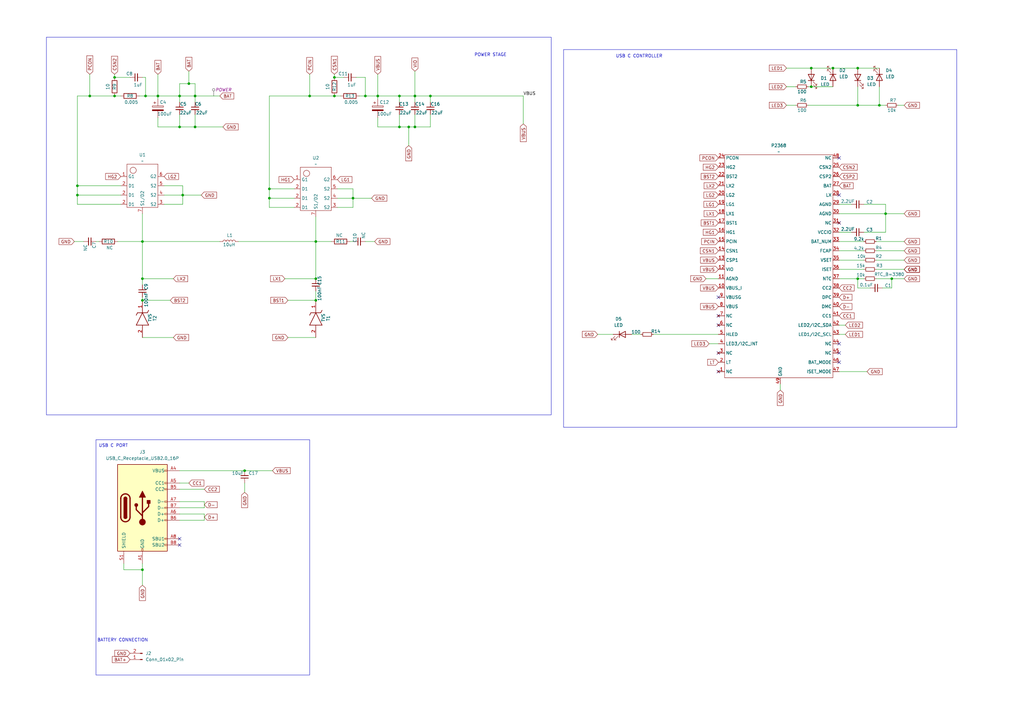
<source format=kicad_sch>
(kicad_sch (version 20250114) (generator "eeschema") (generator_version "9.0")
  (paper "A3")
  (title_block (title "USB C PD Power bank") (date "2025-02-03") (rev "1") (company "ENSEA"))
  (lib_symbols
    (symbol "Connector:Conn_01x02_Pin" (pin_names (offset 1.016) (hide yes))
      (property "Reference" "J" (at 0 2.54 0))
      (property "Value" "Conn_01x02_Pin" (at 0 -5.08 0))
      (symbol "Conn_01x02_Pin_1_1"
        (rectangle (start 0.8636 0.127) (end 0 -0.127) (stroke (width 0.1524)) (fill (type outline)))
        (rectangle (start 0.8636 -2.413) (end 0 -2.667) (stroke (width 0.1524)) (fill (type outline)))
        (polyline (pts (xy 1.27 0) (xy 0.8636 0)) (stroke (width 0.1524)))
        (polyline (pts (xy 1.27 -2.54) (xy 0.8636 -2.54)) (stroke (width 0.1524)))
        (pin passive line (at 5.08 0 180) (length 3.81) (name "Pin_1") (number "1"))
        (pin passive line (at 5.08 -2.54 180) (length 3.81) (name "Pin_2") (number "2"))
      )
    )
    (symbol "Connector:USB_C_Receptacle_USB2.0_16P" (pin_names (offset 1.016))
      (property "Reference" "J" (at 0 22.225 0))
      (property "Value" "USB_C_Receptacle_USB2.0_16P" (at 0 19.685 0))
      (symbol "USB_C_Receptacle_USB2.0_16P_0_0"
        (rectangle (start -0.254 -17.78) (end 0.254 -16.764))
        (rectangle (start 10.16 15.494) (end 9.144 14.986))
        (rectangle (start 10.16 10.414) (end 9.144 9.906))
        (rectangle (start 10.16 7.874) (end 9.144 7.366))
        (rectangle (start 10.16 2.794) (end 9.144 2.286))
        (rectangle (start 10.16 0.254) (end 9.144 -0.254))
        (rectangle (start 10.16 -2.286) (end 9.144 -2.794))
        (rectangle (start 10.16 -4.826) (end 9.144 -5.334))
        (rectangle (start 10.16 -12.446) (end 9.144 -12.954))
        (rectangle (start 10.16 -14.986) (end 9.144 -15.494))
      )
      (symbol "USB_C_Receptacle_USB2.0_16P_0_1"
        (rectangle (start -10.16 17.78) (end 10.16 -17.78) (stroke (width 0.254)) (fill (type background)))
        (polyline (pts (xy -8.89 -3.81) (xy -8.89 3.81)) (stroke (width 0.508)))
        (rectangle (start -7.62 -3.81) (end -6.35 3.81) (stroke (width 0.254)) (fill (type outline)))
        (arc (start -7.62 3.81) (mid -6.985 4.4423) (end -6.35 3.81) (stroke (width 0.254)))
        (arc (start -7.62 3.81) (mid -6.985 4.4423) (end -6.35 3.81) (stroke (width 0.254)) (fill (type outline)))
        (arc (start -8.89 3.81) (mid -6.985 5.7067) (end -5.08 3.81) (stroke (width 0.508)))
        (arc (start -5.08 -3.81) (mid -6.985 -5.7067) (end -8.89 -3.81) (stroke (width 0.508)))
        (arc (start -6.35 -3.81) (mid -6.985 -4.4423) (end -7.62 -3.81) (stroke (width 0.254)))
        (arc (start -6.35 -3.81) (mid -6.985 -4.4423) (end -7.62 -3.81) (stroke (width 0.254)) (fill (type outline)))
        (polyline (pts (xy -5.08 3.81) (xy -5.08 -3.81)) (stroke (width 0.508)))
        (circle (center -2.54 1.143) (radius 0.635) (stroke (width 0.254)) (fill (type outline)))
        (polyline (pts (xy -1.27 4.318) (xy 0 6.858) (xy 1.27 4.318) (xy -1.27 4.318)) (stroke (width 0.254)) (fill (type outline)))
        (polyline (pts (xy 0 -2.032) (xy 2.54 0.508) (xy 2.54 1.778)) (stroke (width 0.508)))
        (polyline (pts (xy 0 -3.302) (xy -2.54 -0.762) (xy -2.54 0.508)) (stroke (width 0.508)))
        (polyline (pts (xy 0 -5.842) (xy 0 4.318)) (stroke (width 0.508)))
        (circle (center 0 -5.842) (radius 1.27) (fill (type outline)))
        (rectangle (start 1.905 1.778) (end 3.175 3.048) (stroke (width 0.254)) (fill (type outline)))
      )
      (symbol "USB_C_Receptacle_USB2.0_16P_1_1"
        (pin passive line (at -7.62 -22.86 90) (length 5.08) (name "SHIELD") (number "S1"))
        (pin passive line (at 0 -22.86 90) (length 5.08) (name "GND") (number "A1"))
        (pin passive line (at 0 -22.86 90) (length 5.08) (hide yes) (name "GND") (number "A12"))
        (pin passive line (at 0 -22.86 90) (length 5.08) (hide yes) (name "GND") (number "B1"))
        (pin passive line (at 0 -22.86 90) (length 5.08) (hide yes) (name "GND") (number "B12"))
        (pin passive line (at 15.24 15.24 180) (length 5.08) (name "VBUS") (number "A4"))
        (pin passive line (at 15.24 15.24 180) (length 5.08) (hide yes) (name "VBUS") (number "A9"))
        (pin passive line (at 15.24 15.24 180) (length 5.08) (hide yes) (name "VBUS") (number "B4"))
        (pin passive line (at 15.24 15.24 180) (length 5.08) (hide yes) (name "VBUS") (number "B9"))
        (pin bidirectional line (at 15.24 10.16 180) (length 5.08) (name "CC1") (number "A5"))
        (pin bidirectional line (at 15.24 7.62 180) (length 5.08) (name "CC2") (number "B5"))
        (pin bidirectional line (at 15.24 2.54 180) (length 5.08) (name "D-") (number "A7"))
        (pin bidirectional line (at 15.24 0 180) (length 5.08) (name "D-") (number "B7"))
        (pin bidirectional line (at 15.24 -2.54 180) (length 5.08) (name "D+") (number "A6"))
        (pin bidirectional line (at 15.24 -5.08 180) (length 5.08) (name "D+") (number "B6"))
        (pin bidirectional line (at 15.24 -12.7 180) (length 5.08) (name "SBU1") (number "A8"))
        (pin bidirectional line (at 15.24 -15.24 180) (length 5.08) (name "SBU2") (number "B8"))
      )
    )
    (symbol "Custom:IP2368"
      (property "Reference" "IP1" (at 53.975 -8.89 0))
      (property "Value" "~" (at 53.975 -11.43 0))
      (symbol "IP2368_0_1"
        (rectangle (start 31.75 -12.7) (end 76.2 -104.14))
      )
      (symbol "IP2368_1_1"
        (pin unspecified line (at 29.21 -13.97 0) (length 2.54) (name "PCON") (number "24"))
        (pin unspecified line (at 29.21 -17.78 0) (length 2.54) (name "HG2") (number "23"))
        (pin unspecified line (at 29.21 -21.59 0) (length 2.54) (name "BST2") (number "22"))
        (pin unspecified line (at 29.21 -25.4 0) (length 2.54) (name "LX2") (number "21"))
        (pin unspecified line (at 29.21 -29.21 0) (length 2.54) (name "LG2") (number "20"))
        (pin unspecified line (at 29.21 -33.02 0) (length 2.54) (name "LG1") (number "19"))
        (pin unspecified line (at 29.21 -36.83 0) (length 2.54) (name "LX1") (number "18"))
        (pin unspecified line (at 29.21 -40.64 0) (length 2.54) (name "BST1") (number "17"))
        (pin unspecified line (at 29.21 -44.45 0) (length 2.54) (name "HG1") (number "16"))
        (pin unspecified line (at 29.21 -48.26 0) (length 2.54) (name "PCIN") (number "15"))
        (pin unspecified line (at 29.21 -52.07 0) (length 2.54) (name "CSN1") (number "14"))
        (pin unspecified line (at 29.21 -55.88 0) (length 2.54) (name "CSP1") (number "13"))
        (pin unspecified line (at 29.21 -59.69 0) (length 2.54) (name "VIO") (number "12"))
        (pin bidirectional line (at 29.21 -63.5 0) (length 2.54) (name "AGND") (number "11"))
        (pin bidirectional line (at 29.21 -67.31 0) (length 2.54) (name "VBUS_I") (number "10"))
        (pin bidirectional line (at 29.21 -71.12 0) (length 2.54) (name "VBUSG") (number "9"))
        (pin bidirectional line (at 29.21 -74.93 0) (length 2.54) (name "VBUS") (number "8"))
        (pin no_connect line (at 29.21 -78.74 0) (length 2.54) (name "NC") (number "7"))
        (pin no_connect line (at 29.21 -82.55 0) (length 2.54) (name "NC") (number "6"))
        (pin unspecified line (at 29.21 -86.36 0) (length 2.54) (name "HLED") (number "5"))
        (pin unspecified line (at 29.21 -90.17 0) (length 2.54) (name "LED3/I2C_INT") (number "4"))
        (pin no_connect line (at 29.21 -93.98 0) (length 2.54) (name "NC") (number "3"))
        (pin unspecified line (at 29.21 -97.79 0) (length 2.54) (name "LT") (number "2"))
        (pin no_connect line (at 29.21 -101.6 0) (length 2.54) (name "NC") (number "1"))
        (pin unspecified line (at 54.61 -106.68 90) (length 2.54) (name "GND") (number "49"))
        (pin unspecified line (at 78.74 -13.97 180) (length 2.54) (name "NC") (number "48"))
        (pin unspecified line (at 78.74 -17.78 180) (length 2.54) (name "CSN2") (number "25"))
        (pin unspecified line (at 78.74 -21.59 180) (length 2.54) (name "CSP2") (number "26"))
        (pin unspecified line (at 78.74 -25.4 180) (length 2.54) (name "BAT") (number "27"))
        (pin unspecified line (at 78.74 -29.21 180) (length 2.54) (name "LX") (number "28"))
        (pin unspecified line (at 78.74 -33.02 180) (length 2.54) (name "AGND") (number "29"))
        (pin unspecified line (at 78.74 -36.83 180) (length 2.54) (name "AGND") (number "30"))
        (pin no_connect line (at 78.74 -40.64 180) (length 2.54) (name "NC") (number "31"))
        (pin unspecified line (at 78.74 -44.45 180) (length 2.54) (name "VCCIO") (number "32"))
        (pin unspecified line (at 78.74 -48.26 180) (length 2.54) (name "BAT_NUM") (number "33"))
        (pin unspecified line (at 78.74 -52.07 180) (length 2.54) (name "FCAP") (number "34"))
        (pin unspecified line (at 78.74 -55.88 180) (length 2.54) (name "VSET") (number "35"))
        (pin unspecified line (at 78.74 -59.69 180) (length 2.54) (name "ISET") (number "36"))
        (pin unspecified line (at 78.74 -63.5 180) (length 2.54) (name "NTC") (number "37"))
        (pin bidirectional line (at 78.74 -67.31 180) (length 2.54) (name "CC2") (number "38"))
        (pin unspecified line (at 78.74 -71.12 180) (length 2.54) (name "DPC") (number "39"))
        (pin unspecified line (at 78.74 -74.93 180) (length 2.54) (name "DMC") (number "40"))
        (pin bidirectional line (at 78.74 -78.74 180) (length 2.54) (name "CC1") (number "41"))
        (pin unspecified line (at 78.74 -82.55 180) (length 2.54) (name "LED2/I2C_SDA") (number "42"))
        (pin unspecified line (at 78.74 -86.36 180) (length 2.54) (name "LED1/I2C_SCL") (number "43"))
        (pin unspecified line (at 78.74 -90.17 180) (length 2.54) (name "NC") (number "44"))
        (pin unspecified line (at 78.74 -93.98 180) (length 2.54) (name "NC") (number "45"))
        (pin unspecified line (at 78.74 -97.79 180) (length 2.54) (name "BAT_MODE") (number "46"))
        (pin unspecified line (at 78.74 -101.6 180) (length 2.54) (name "ISET_MODE") (number "47"))
      )
    )
    (symbol "Custom:RUH30J51M"
      (property "Reference" "U" (at -7.62 -8.89 0))
      (property "Footprint" "Custom:PDFN5060" (at 2.794 -17.018 0))
      (symbol "RUH30J51M_0_1"
        (rectangle (start -2.54 2.54) (end 10.16 -15.24))
        (circle (center 7.62 -12.7) (radius 1.27))
      )
      (symbol "RUH30J51M_1_1"
        (pin unspecified line (at -5.08 1.27 0) (length 2.54) (name "S2") (number "3"))
        (pin unspecified line (at -5.08 -2.54 0) (length 2.54) (name "S2") (number "4"))
        (pin unspecified line (at -5.08 -6.35 0) (length 2.54) (name "S2") (number "5"))
        (pin unspecified line (at -5.08 -10.16 0) (length 2.54) (name "G2") (number "6"))
        (pin unspecified line (at 3.81 5.08 270) (length 2.54) (name "S1/D2") (number "7"))
        (pin unspecified line (at 12.7 1.27 180) (length 2.54) (name "D1") (number "2"))
        (pin unspecified line (at 12.7 -2.54 180) (length 2.54) (name "D1") (number "2"))
        (pin unspecified line (at 12.7 -6.35 180) (length 2.54) (name "D1") (number "2"))
        (pin unspecified line (at 12.7 -10.16 180) (length 2.54) (name "G1") (number "1"))
      )
    )
    (symbol "Device:C_Polarized" (pin_numbers (hide yes)) (pin_names (offset 0.254))
      (property "Reference" "C" (at 0.635 2.54 0))
      (property "Value" "C_Polarized" (at 0.635 -2.54 0))
      (symbol "C_Polarized_0_1"
        (rectangle (start -2.286 0.508) (end 2.286 1.016))
        (polyline (pts (xy -1.778 2.286) (xy -0.762 2.286)))
        (polyline (pts (xy -1.27 2.794) (xy -1.27 1.778)))
        (rectangle (start 2.286 -0.508) (end -2.286 -1.016) (fill (type outline)))
      )
      (symbol "C_Polarized_1_1"
        (pin passive line (at 0 3.81 270) (length 2.794) (name "~") (number "1"))
        (pin passive line (at 0 -3.81 90) (length 2.794) (name "~") (number "2"))
      )
    )
    (symbol "Device:C_Small" (pin_numbers (hide yes)) (pin_names (offset 0.254) (hide yes))
      (property "Reference" "C" (at 0.254 1.778 0))
      (property "Value" "C_Small" (at 0.254 -2.032 0))
      (symbol "C_Small_0_1"
        (polyline (pts (xy -1.524 0.508) (xy 1.524 0.508)) (stroke (width 0.3048)))
        (polyline (pts (xy -1.524 -0.508) (xy 1.524 -0.508)) (stroke (width 0.3302)))
      )
      (symbol "C_Small_1_1"
        (pin passive line (at 0 2.54 270) (length 2.032) (name "~") (number "1"))
        (pin passive line (at 0 -2.54 90) (length 2.032) (name "~") (number "2"))
      )
    )
    (symbol "Device:L" (pin_numbers (hide yes)) (pin_names (offset 1.016) (hide yes))
      (property "Reference" "L" (at -1.27 0 90))
      (property "Value" "L" (at 1.905 0 90))
      (symbol "L_0_1"
        (arc (start 0 2.54) (mid 0.6323 1.905) (end 0 1.27))
        (arc (start 0 1.27) (mid 0.6323 0.635) (end 0 0))
        (arc (start 0 0) (mid 0.6323 -0.635) (end 0 -1.27))
        (arc (start 0 -1.27) (mid 0.6323 -1.905) (end 0 -2.54))
      )
      (symbol "L_1_1"
        (pin passive line (at 0 3.81 270) (length 1.27) (name "1") (number "1"))
        (pin passive line (at 0 -3.81 90) (length 1.27) (name "2") (number "2"))
      )
    )
    (symbol "Device:LED" (pin_numbers (hide yes)) (pin_names (offset 1.016) (hide yes))
      (property "Reference" "D" (at 0 2.54 0))
      (property "Value" "LED" (at 0 -2.54 0))
      (symbol "LED_0_1"
        (polyline (pts (xy -3.048 -0.762) (xy -4.572 -2.286) (xy -3.81 -2.286) (xy -4.572 -2.286) (xy -4.572 -1.524)))
        (polyline (pts (xy -1.778 -0.762) (xy -3.302 -2.286) (xy -2.54 -2.286) (xy -3.302 -2.286) (xy -3.302 -1.524)))
        (polyline (pts (xy -1.27 0) (xy 1.27 0)))
        (polyline (pts (xy -1.27 -1.27) (xy -1.27 1.27)) (stroke (width 0.254)))
        (polyline (pts (xy 1.27 -1.27) (xy 1.27 1.27) (xy -1.27 0) (xy 1.27 -1.27)) (stroke (width 0.254)))
      )
      (symbol "LED_1_1"
        (pin passive line (at -3.81 0 0) (length 2.54) (name "K") (number "1"))
        (pin passive line (at 3.81 0 180) (length 2.54) (name "A") (number "2"))
      )
    )
    (symbol "Device:R" (pin_numbers (hide yes)) (pin_names (offset 0))
      (property "Reference" "R" (at 2.032 0 90))
      (property "Value" "R" (at 0 0 90))
      (symbol "R_0_1"
        (rectangle (start -1.016 -2.54) (end 1.016 2.54) (stroke (width 0.254)))
      )
      (symbol "R_1_1"
        (pin passive line (at 0 3.81 270) (length 1.27) (name "~") (number "1"))
        (pin passive line (at 0 -3.81 90) (length 1.27) (name "~") (number "2"))
      )
    )
    (symbol "Device:R_Small" (pin_numbers (hide yes)) (pin_names (offset 0.254) (hide yes))
      (property "Reference" "R" (at 0.762 0.508 0))
      (property "Value" "R_Small" (at 0.762 -1.016 0))
      (symbol "R_Small_0_1"
        (rectangle (start -0.762 1.778) (end 0.762 -1.778) (stroke (width 0.2032)))
      )
      (symbol "R_Small_1_1"
        (pin passive line (at 0 2.54 270) (length 0.762) (name "~") (number "1"))
        (pin passive line (at 0 -2.54 90) (length 0.762) (name "~") (number "2"))
      )
    )
    (symbol "RUH30J51M_1"
      (property "Reference" "U" (at -7.62 -8.89 0))
      (property "Footprint" "Custom:PDFN5060" (at 2.794 -17.018 0))
      (symbol "RUH30J51M_1_0_1"
        (rectangle (start -2.54 2.54) (end 10.16 -15.24))
        (circle (center 7.62 -12.7) (radius 1.27))
      )
      (symbol "RUH30J51M_1_1_1"
        (pin unspecified line (at -5.08 1.27 0) (length 2.54) (name "S2") (number "3"))
        (pin unspecified line (at -5.08 -2.54 0) (length 2.54) (name "S2") (number "4"))
        (pin unspecified line (at -5.08 -6.35 0) (length 2.54) (name "S2") (number "5"))
        (pin unspecified line (at -5.08 -10.16 0) (length 2.54) (name "G2") (number "6"))
        (pin unspecified line (at 3.81 5.08 270) (length 2.54) (name "S1/D2") (number "7"))
        (pin unspecified line (at 12.7 1.27 180) (length 2.54) (name "D1") (number "2"))
        (pin unspecified line (at 12.7 -2.54 180) (length 2.54) (name "D1") (number "2"))
        (pin unspecified line (at 12.7 -6.35 180) (length 2.54) (name "D1") (number "2"))
        (pin unspecified line (at 12.7 -10.16 180) (length 2.54) (name "G1") (number "1"))
      )
    )
    (symbol "SamacSys_Parts:PTVS30VP1UP" (pin_names (hide yes))
      (property "Reference" "D" (at 10.16 8.89 0))
      (property "Value" "PTVS30VP1UP" (at 10.16 6.35 0))
      (symbol "PTVS30VP1UP_1_1"
        (polyline (pts (xy 4.064 2.54) (xy 5.08 2.032)) (stroke (width 0.254)))
        (polyline (pts (xy 5.08 0) (xy 10.16 2.54)) (stroke (width 0.254)))
        (polyline (pts (xy 5.08 -2.032) (xy 5.08 2.032)) (stroke (width 0.254)))
        (polyline (pts (xy 5.08 -2.032) (xy 6.096 -2.54)) (stroke (width 0.254)))
        (polyline (pts (xy 10.16 -2.54) (xy 5.08 0)) (stroke (width 0.254)))
        (polyline (pts (xy 10.16 -2.54) (xy 10.16 2.54)) (stroke (width 0.254)))
        (pin passive line (at 0 0 0) (length 5.08) (name "K") (number "1"))
        (pin passive line (at 15.24 0 180) (length 5.08) (name "A") (number "2"))
      )
    )
  )
  (rectangle (start 19.05 15.24) (end 226.06 170.18))
  (rectangle (start 39.37 180.34) (end 127 276.86))
  (rectangle (start 231.14 20.32) (end 392.43 175.26))
  (text "BATTERY CONNECTION" (at 50.292 262.636 0) (effects (font (size 1.27 1.27))))
  (text "USB C CONTROLLER" (at 262.128 23.114 0) (effects (font (size 1.27 1.27))))
  (text "USB C PORT" (at 46.482 182.88 0) (effects (font (size 1.27 1.27))))
  (text "POWER STAGE" (at 201.168 22.606 0) (effects (font (size 1.27 1.27))))
  (junction (at 31.75 76.2))
  (junction (at 170.18 39.37))
  (junction (at 110.49 81.28))
  (junction (at 127 39.37))
  (junction (at 365.76 114.3))
  (junction (at 59.69 39.37))
  (junction (at 58.42 123.19))
  (junction (at 31.75 80.01))
  (junction (at 341.63 27.94))
  (junction (at 64.77 39.37))
  (junction (at 163.83 52.07))
  (junction (at 332.74 35.56))
  (junction (at 360.68 43.18))
  (junction (at 144.78 81.28))
  (junction (at 129.54 123.19))
  (junction (at 351.79 27.94))
  (junction (at 58.42 99.06))
  (junction (at 129.54 114.3))
  (junction (at 170.18 52.07))
  (junction (at 129.54 99.06))
  (junction (at 58.42 233.68))
  (junction (at 80.01 52.07))
  (junction (at 351.79 43.18))
  (junction (at 363.22 87.63))
  (junction (at 176.53 39.37))
  (junction (at 36.83 39.37))
  (junction (at 77.47 34.29))
  (junction (at 73.66 52.07))
  (junction (at 167.64 52.07))
  (junction (at 58.42 114.3))
  (junction (at 73.66 39.37))
  (junction (at 74.93 80.01))
  (junction (at 137.16 31.75))
  (junction (at 137.16 39.37))
  (junction (at 46.99 31.75))
  (junction (at 351.79 114.3))
  (junction (at 110.49 77.47))
  (junction (at 100.33 193.04))
  (junction (at 46.99 39.37))
  (junction (at 163.83 39.37))
  (junction (at 149.86 39.37))
  (junction (at 154.94 39.37))
  (junction (at 332.74 27.94))
  (junction (at 80.01 39.37))
  (no_connect (at 73.66 220.98))
  (no_connect (at 73.66 223.52))
  (no_connect (at 294.64 121.92))
  (no_connect (at 344.17 64.77))
  (no_connect (at 294.64 144.78))
  (no_connect (at 294.64 129.54))
  (no_connect (at 344.17 91.44))
  (no_connect (at 344.17 80.01))
  (no_connect (at 294.64 152.4))
  (no_connect (at 344.17 144.78))
  (no_connect (at 294.64 133.35))
  (no_connect (at 344.17 148.59))
  (no_connect (at 344.17 140.97))
  (wire (pts (xy 127 30.48) (xy 127 39.37)))
  (wire (pts (xy 170.18 39.37) (xy 176.53 39.37)))
  (wire (pts (xy 100.33 193.04) (xy 111.76 193.04)))
  (wire (pts (xy 344.17 99.06) (xy 354.33 99.06)))
  (wire (pts (xy 332.74 27.94) (xy 341.63 27.94)))
  (wire (pts (xy 64.77 48.26) (xy 64.77 52.07)))
  (wire (pts (xy 73.66 193.04) (xy 100.33 193.04)))
  (wire (pts (xy 73.66 208.28) (xy 83.82 208.28)))
  (wire (pts (xy 110.49 85.09) (xy 120.65 85.09)))
  (wire (pts (xy 167.64 52.07) (xy 170.18 52.07)))
  (wire (pts (xy 322.58 35.56) (xy 326.39 35.56)))
  (wire (pts (xy 363.22 83.82) (xy 363.22 87.63)))
  (wire (pts (xy 118.11 123.19) (xy 129.54 123.19)))
  (wire (pts (xy 110.49 81.28) (xy 110.49 85.09)))
  (wire (pts (xy 144.78 77.47) (xy 144.78 81.28)))
  (wire (pts (xy 73.66 213.36) (xy 83.82 213.36)))
  (wire (pts (xy 351.79 114.3) (xy 354.33 114.3)))
  (wire (pts (xy 322.58 43.18) (xy 326.39 43.18)))
  (wire (pts (xy 138.43 81.28) (xy 144.78 81.28)))
  (wire (pts (xy 149.86 31.75) (xy 149.86 39.37)))
  (wire (pts (xy 359.41 102.87) (xy 370.84 102.87)))
  (wire (pts (xy 69.85 123.19) (xy 58.42 123.19)))
  (wire (pts (xy 31.75 83.82) (xy 31.75 80.01)))
  (wire (pts (xy 354.33 83.82) (xy 363.22 83.82)))
  (wire (pts (xy 64.77 30.48) (xy 64.77 39.37)))
  (wire (pts (xy 58.42 123.19) (xy 58.42 121.92)))
  (wire (pts (xy 58.42 99.06) (xy 90.17 99.06)))
  (wire (pts (xy 58.42 99.06) (xy 48.26 99.06)))
  (wire (pts (xy 368.3 43.18) (xy 370.84 43.18)))
  (wire (pts (xy 80.01 34.29) (xy 80.01 39.37)))
  (wire (pts (xy 147.32 39.37) (xy 149.86 39.37)))
  (wire (pts (xy 138.43 85.09) (xy 144.78 85.09)))
  (wire (pts (xy 73.66 34.29) (xy 73.66 39.37)))
  (wire (pts (xy 64.77 39.37) (xy 73.66 39.37)))
  (wire (pts (xy 154.94 52.07) (xy 163.83 52.07)))
  (wire (pts (xy 359.41 114.3) (xy 365.76 114.3)))
  (wire (pts (xy 30.48 99.06) (xy 34.29 99.06)))
  (wire (pts (xy 127 39.37) (xy 137.16 39.37)))
  (wire (pts (xy 290.83 140.97) (xy 294.64 140.97)))
  (wire (pts (xy 31.75 80.01) (xy 31.75 76.2)))
  (wire (pts (xy 154.94 30.48) (xy 154.94 39.37)))
  (wire (pts (xy 77.47 29.21) (xy 77.47 34.29)))
  (wire (pts (xy 118.11 138.43) (xy 129.54 138.43)))
  (wire (pts (xy 144.78 99.06) (xy 143.51 99.06)))
  (wire (pts (xy 110.49 77.47) (xy 110.49 81.28)))
  (wire (pts (xy 74.93 83.82) (xy 74.93 80.01)))
  (wire (pts (xy 137.16 30.48) (xy 137.16 31.75)))
  (wire (pts (xy 36.83 39.37) (xy 46.99 39.37)))
  (wire (pts (xy 73.66 205.74) (xy 83.82 205.74)))
  (wire (pts (xy 332.74 35.56) (xy 341.63 35.56)))
  (wire (pts (xy 80.01 39.37) (xy 90.17 39.37)))
  (wire (pts (xy 64.77 52.07) (xy 73.66 52.07)))
  (wire (pts (xy 73.66 41.91) (xy 73.66 39.37)))
  (wire (pts (xy 370.84 87.63) (xy 363.22 87.63)))
  (wire (pts (xy 129.54 123.19) (xy 129.54 119.38)))
  (wire (pts (xy 351.79 118.11) (xy 351.79 114.3)))
  (wire (pts (xy 363.22 95.25) (xy 363.22 87.63)))
  (wire (pts (xy 344.17 110.49) (xy 354.33 110.49)))
  (wire (pts (xy 71.12 114.3) (xy 58.42 114.3)))
  (wire (pts (xy 97.79 99.06) (xy 129.54 99.06)))
  (wire (pts (xy 344.17 114.3) (xy 351.79 114.3)))
  (wire (pts (xy 73.66 52.07) (xy 80.01 52.07)))
  (wire (pts (xy 73.66 198.12) (xy 77.47 198.12)))
  (wire (pts (xy 31.75 39.37) (xy 36.83 39.37)))
  (wire (pts (xy 73.66 39.37) (xy 80.01 39.37)))
  (wire (pts (xy 331.47 35.56) (xy 332.74 35.56)))
  (wire (pts (xy 83.82 205.74) (xy 83.82 208.28)))
  (wire (pts (xy 80.01 41.91) (xy 80.01 39.37)))
  (wire (pts (xy 176.53 46.99) (xy 176.53 52.07)))
  (wire (pts (xy 341.63 27.94) (xy 351.79 27.94)))
  (wire (pts (xy 154.94 39.37) (xy 163.83 39.37)))
  (wire (pts (xy 344.17 95.25) (xy 349.25 95.25)))
  (wire (pts (xy 154.94 40.64) (xy 154.94 39.37)))
  (wire (pts (xy 67.31 80.01) (xy 74.93 80.01)))
  (wire (pts (xy 360.68 43.18) (xy 351.79 43.18)))
  (wire (pts (xy 49.53 76.2) (xy 31.75 76.2)))
  (wire (pts (xy 74.93 76.2) (xy 74.93 80.01)))
  (wire (pts (xy 46.99 31.75) (xy 53.34 31.75)))
  (wire (pts (xy 289.56 114.3) (xy 294.64 114.3)))
  (wire (pts (xy 344.17 133.35) (xy 346.71 133.35)))
  (wire (pts (xy 359.41 110.49) (xy 370.84 110.49)))
  (wire (pts (xy 57.15 39.37) (xy 59.69 39.37)))
  (wire (pts (xy 170.18 52.07) (xy 176.53 52.07)))
  (wire (pts (xy 351.79 43.18) (xy 331.47 43.18)))
  (wire (pts (xy 137.16 39.37) (xy 139.7 39.37)))
  (wire (pts (xy 36.83 30.48) (xy 36.83 39.37)))
  (wire (pts (xy 344.17 83.82) (xy 349.25 83.82)))
  (wire (pts (xy 137.16 31.75) (xy 140.97 31.75)))
  (wire (pts (xy 361.95 118.11) (xy 365.76 118.11)))
  (wire (pts (xy 58.42 87.63) (xy 58.42 99.06)))
  (wire (pts (xy 67.31 76.2) (xy 74.93 76.2)))
  (wire (pts (xy 170.18 41.91) (xy 170.18 39.37)))
  (wire (pts (xy 58.42 231.14) (xy 58.42 233.68)))
  (wire (pts (xy 73.66 34.29) (xy 77.47 34.29)))
  (wire (pts (xy 163.83 46.99) (xy 163.83 52.07)))
  (wire (pts (xy 129.54 99.06) (xy 135.89 99.06)))
  (wire (pts (xy 58.42 116.84) (xy 58.42 114.3)))
  (wire (pts (xy 176.53 39.37) (xy 176.53 41.91)))
  (wire (pts (xy 167.64 52.07) (xy 167.64 59.69)))
  (wire (pts (xy 46.99 30.48) (xy 46.99 31.75)))
  (wire (pts (xy 356.87 118.11) (xy 351.79 118.11)))
  (wire (pts (xy 49.53 80.01) (xy 31.75 80.01)))
  (wire (pts (xy 320.04 157.48) (xy 320.04 160.02)))
  (wire (pts (xy 73.66 46.99) (xy 73.66 52.07)))
  (wire (pts (xy 214.63 39.37) (xy 214.63 50.8)))
  (wire (pts (xy 344.17 137.16) (xy 346.71 137.16)))
  (wire (pts (xy 354.33 95.25) (xy 363.22 95.25)))
  (wire (pts (xy 144.78 85.09) (xy 144.78 81.28)))
  (wire (pts (xy 58.42 138.43) (xy 71.12 138.43)))
  (wire (pts (xy 74.93 80.01) (xy 82.55 80.01)))
  (wire (pts (xy 31.75 76.2) (xy 31.75 39.37)))
  (wire (pts (xy 267.97 137.16) (xy 294.64 137.16)))
  (wire (pts (xy 91.44 52.07) (xy 80.01 52.07)))
  (wire (pts (xy 163.83 41.91) (xy 163.83 39.37)))
  (wire (pts (xy 344.17 87.63) (xy 363.22 87.63)))
  (wire (pts (xy 344.17 152.4) (xy 355.6 152.4)))
  (wire (pts (xy 259.08 137.16) (xy 262.89 137.16)))
  (wire (pts (xy 64.77 40.64) (xy 64.77 39.37)))
  (wire (pts (xy 149.86 39.37) (xy 154.94 39.37)))
  (wire (pts (xy 100.33 198.12) (xy 100.33 201.93)))
  (wire (pts (xy 73.66 200.66) (xy 83.82 200.66)))
  (wire (pts (xy 146.05 31.75) (xy 149.86 31.75)))
  (wire (pts (xy 365.76 118.11) (xy 365.76 114.3)))
  (wire (pts (xy 129.54 99.06) (xy 129.54 88.9)))
  (wire (pts (xy 116.84 114.3) (xy 129.54 114.3)))
  (wire (pts (xy 39.37 99.06) (xy 40.64 99.06)))
  (wire (pts (xy 163.83 39.37) (xy 170.18 39.37)))
  (wire (pts (xy 365.76 114.3) (xy 370.84 114.3)))
  (wire (pts (xy 170.18 52.07) (xy 170.18 46.99)))
  (wire (pts (xy 46.99 39.37) (xy 49.53 39.37)))
  (wire (pts (xy 176.53 39.37) (xy 214.63 39.37)))
  (wire (pts (xy 170.18 29.21) (xy 170.18 39.37)))
  (wire (pts (xy 322.58 27.94) (xy 332.74 27.94)))
  (wire (pts (xy 73.66 210.82) (xy 83.82 210.82)))
  (wire (pts (xy 59.69 31.75) (xy 59.69 39.37)))
  (wire (pts (xy 58.42 31.75) (xy 59.69 31.75)))
  (wire (pts (xy 359.41 99.06) (xy 370.84 99.06)))
  (wire (pts (xy 80.01 52.07) (xy 80.01 46.99)))
  (wire (pts (xy 359.41 106.68) (xy 370.84 106.68)))
  (wire (pts (xy 49.53 83.82) (xy 31.75 83.82)))
  (wire (pts (xy 351.79 27.94) (xy 360.68 27.94)))
  (wire (pts (xy 138.43 77.47) (xy 144.78 77.47)))
  (wire (pts (xy 110.49 81.28) (xy 120.65 81.28)))
  (wire (pts (xy 110.49 39.37) (xy 110.49 77.47)))
  (wire (pts (xy 360.68 35.56) (xy 360.68 43.18)))
  (wire (pts (xy 110.49 77.47) (xy 120.65 77.47)))
  (wire (pts (xy 50.8 233.68) (xy 58.42 233.68)))
  (wire (pts (xy 77.47 34.29) (xy 80.01 34.29)))
  (wire (pts (xy 245.11 137.16) (xy 251.46 137.16)))
  (wire (pts (xy 351.79 35.56) (xy 351.79 43.18)))
  (wire (pts (xy 129.54 99.06) (xy 129.54 114.3)))
  (wire (pts (xy 50.8 231.14) (xy 50.8 233.68)))
  (wire (pts (xy 344.17 102.87) (xy 354.33 102.87)))
  (wire (pts (xy 58.42 233.68) (xy 58.42 240.03)))
  (wire (pts (xy 153.67 99.06) (xy 149.86 99.06)))
  (wire (pts (xy 110.49 39.37) (xy 127 39.37)))
  (wire (pts (xy 144.78 81.28) (xy 152.4 81.28)))
  (wire (pts (xy 344.17 106.68) (xy 354.33 106.68)))
  (wire (pts (xy 360.68 43.18) (xy 363.22 43.18)))
  (wire (pts (xy 67.31 83.82) (xy 74.93 83.82)))
  (wire (pts (xy 163.83 52.07) (xy 167.64 52.07)))
  (wire (pts (xy 154.94 48.26) (xy 154.94 52.07)))
  (wire (pts (xy 83.82 210.82) (xy 83.82 213.36)))
  (wire (pts (xy 59.69 39.37) (xy 64.77 39.37)))
  (wire (pts (xy 58.42 99.06) (xy 58.42 114.3)))
  (label "VBUS" (at 214.63 39.37 0))
  (global_label "GND" (shape input) (at 30.48 99.06 180) (property "Intersheetrefs" "${INTERSHEET_REFS}" (effects (hide yes))))
  (global_label "D+" (shape input) (at 344.17 121.92 0) (property "Intersheetrefs" "${INTERSHEET_REFS}" (effects (hide yes))))
  (global_label "LED1" (shape input) (at 322.58 27.94 180) (property "Intersheetrefs" "${INTERSHEET_REFS}" (effects (hide yes))))
  (global_label "GND" (shape input) (at 289.56 114.3 180) (property "Intersheetrefs" "${INTERSHEET_REFS}" (effects (hide yes))))
  (global_label "GND" (shape input) (at 100.33 201.93 270) (property "Intersheetrefs" "${INTERSHEET_REFS}" (effects (hide yes))))
  (global_label "LED1" (shape input) (at 346.71 137.16 0) (property "Intersheetrefs" "${INTERSHEET_REFS}" (effects (hide yes))))
  (global_label "D+" (shape input) (at 83.82 212.09 0) (property "Intersheetrefs" "${INTERSHEET_REFS}" (effects (hide yes))))
  (global_label "VBUS" (shape input) (at 154.94 30.48 90) (property "Intersheetrefs" "${INTERSHEET_REFS}" (effects (hide yes))))
  (global_label "VBUS" (shape input) (at 111.76 193.04 0) (property "Intersheetrefs" "${INTERSHEET_REFS}" (effects (hide yes))))
  (global_label "D-" (shape input) (at 83.82 207.01 0) (property "Intersheetrefs" "${INTERSHEET_REFS}" (effects (hide yes))))
  (global_label "HG2" (shape input) (at 49.53 72.39 180) (property "Intersheetrefs" "${INTERSHEET_REFS}" (effects (hide yes))))
  (global_label "LG2" (shape input) (at 67.31 72.39 0) (property "Intersheetrefs" "${INTERSHEET_REFS}" (effects (hide yes))))
  (global_label "LG1" (shape input) (at 294.64 83.82 180) (property "Intersheetrefs" "${INTERSHEET_REFS}" (effects (hide yes))))
  (global_label "GND" (shape input) (at 370.84 43.18 0) (property "Intersheetrefs" "${INTERSHEET_REFS}" (effects (hide yes))))
  (global_label "BST2" (shape input) (at 69.85 123.19 0) (property "Intersheetrefs" "${INTERSHEET_REFS}" (effects (hide yes))))
  (global_label "GND" (shape input) (at 152.4 81.28 0) (property "Intersheetrefs" "${INTERSHEET_REFS}" (effects (hide yes))))
  (global_label "CC2" (shape input) (at 83.82 200.66 0) (property "Intersheetrefs" "${INTERSHEET_REFS}" (effects (hide yes))))
  (global_label "GND" (shape input) (at 370.84 102.87 0) (property "Intersheetrefs" "${INTERSHEET_REFS}" (effects (hide yes))))
  (global_label "LT" (shape input) (at 294.64 148.59 180) (property "Intersheetrefs" "${INTERSHEET_REFS}" (effects (hide yes))))
  (global_label "BST1" (shape input) (at 118.11 123.19 180) (property "Intersheetrefs" "${INTERSHEET_REFS}" (effects (hide yes))))
  (global_label "CSP2" (shape input) (at 344.17 72.39 0) (property "Intersheetrefs" "${INTERSHEET_REFS}" (effects (hide yes))))
  (global_label "GND" (shape input) (at 53.34 267.97 180) (property "Intersheetrefs" "${INTERSHEET_REFS}" (effects (hide yes))))
  (global_label "GND" (shape input) (at 153.67 99.06 0) (property "Intersheetrefs" "${INTERSHEET_REFS}" (effects (hide yes))))
  (global_label "PCIN" (shape input) (at 127 30.48 90) (property "Intersheetrefs" "${INTERSHEET_REFS}" (effects (hide yes))))
  (global_label "BAT" (shape input) (at 90.17 39.37 0) (property "Intersheetrefs" "${INTERSHEET_REFS}" (effects (hide yes))))
  (global_label "VBUS" (shape input) (at 294.64 106.68 180) (property "Intersheetrefs" "${INTERSHEET_REFS}" (effects (hide yes))))
  (global_label "BAT+" (shape input) (at 53.34 270.51 180) (property "Intersheetrefs" "${INTERSHEET_REFS}" (effects (hide yes))))
  (global_label "PCON" (shape input) (at 294.64 64.77 180) (property "Intersheetrefs" "${INTERSHEET_REFS}" (effects (hide yes))))
  (global_label "GND" (shape input) (at 370.84 87.63 0) (property "Intersheetrefs" "${INTERSHEET_REFS}" (effects (hide yes))))
  (global_label "LED2" (shape input) (at 346.71 133.35 0) (property "Intersheetrefs" "${INTERSHEET_REFS}" (effects (hide yes))))
  (global_label "LG2" (shape input) (at 294.64 80.01 180) (property "Intersheetrefs" "${INTERSHEET_REFS}" (effects (hide yes))))
  (global_label "LX1" (shape input) (at 116.84 114.3 180) (property "Intersheetrefs" "${INTERSHEET_REFS}" (effects (hide yes))))
  (global_label "LX2" (shape input) (at 71.12 114.3 0) (property "Intersheetrefs" "${INTERSHEET_REFS}" (effects (hide yes))))
  (global_label "GND" (shape input) (at 71.12 138.43 0) (property "Intersheetrefs" "${INTERSHEET_REFS}" (effects (hide yes))))
  (global_label "D-" (shape input) (at 344.17 125.73 0) (property "Intersheetrefs" "${INTERSHEET_REFS}" (effects (hide yes))))
  (global_label "GND" (shape input) (at 370.84 106.68 0) (property "Intersheetrefs" "${INTERSHEET_REFS}" (effects (hide yes))))
  (global_label "HG2" (shape input) (at 294.64 68.58 180) (property "Intersheetrefs" "${INTERSHEET_REFS}" (effects (hide yes))))
  (global_label "CC2" (shape input) (at 344.17 118.11 0) (property "Intersheetrefs" "${INTERSHEET_REFS}" (effects (hide yes))))
  (global_label "VIO" (shape input) (at 170.18 29.21 90) (property "Intersheetrefs" "${INTERSHEET_REFS}" (effects (hide yes))))
  (global_label "CC1" (shape input) (at 77.47 198.12 0) (property "Intersheetrefs" "${INTERSHEET_REFS}" (effects (hide yes))))
  (global_label "HG1" (shape input) (at 294.64 95.25 180) (property "Intersheetrefs" "${INTERSHEET_REFS}" (effects (hide yes))))
  (global_label "LED3" (shape input) (at 322.58 43.18 180) (property "Intersheetrefs" "${INTERSHEET_REFS}" (effects (hide yes))))
  (global_label "CSN1" (shape input) (at 294.64 102.87 180) (property "Intersheetrefs" "${INTERSHEET_REFS}" (effects (hide yes))))
  (global_label "GND" (shape input) (at 58.42 240.03 270) (property "Intersheetrefs" "${INTERSHEET_REFS}" (effects (hide yes))))
  (global_label "GND" (shape input) (at 245.11 137.16 180) (property "Intersheetrefs" "${INTERSHEET_REFS}" (effects (hide yes))))
  (global_label "GND" (shape input) (at 370.84 114.3 0) (property "Intersheetrefs" "${INTERSHEET_REFS}" (effects (hide yes))))
  (global_label "BAT" (shape input) (at 64.77 30.48 90) (property "Intersheetrefs" "${INTERSHEET_REFS}" (effects (hide yes))))
  (global_label "VBUS" (shape input) (at 294.64 110.49 180) (property "Intersheetrefs" "${INTERSHEET_REFS}" (effects (hide yes))))
  (global_label "BST2" (shape input) (at 294.64 72.39 180) (property "Intersheetrefs" "${INTERSHEET_REFS}" (effects (hide yes))))
  (global_label "PCON" (shape input) (at 36.83 30.48 90) (property "Intersheetrefs" "${INTERSHEET_REFS}" (effects (hide yes))))
  (global_label "GND" (shape input) (at 91.44 52.07 0) (property "Intersheetrefs" "${INTERSHEET_REFS}" (effects (hide yes))))
  (global_label "GND" (shape input) (at 320.04 160.02 270) (property "Intersheetrefs" "${INTERSHEET_REFS}" (effects (hide yes))))
  (global_label "GND" (shape input) (at 370.84 110.49 0) (property "Intersheetrefs" "${INTERSHEET_REFS}" (effects (hide yes))))
  (global_label "LX1" (shape input) (at 294.64 87.63 180) (property "Intersheetrefs" "${INTERSHEET_REFS}" (effects (hide yes))))
  (global_label "GND" (shape input) (at 118.11 138.43 180) (property "Intersheetrefs" "${INTERSHEET_REFS}" (effects (hide yes))))
  (global_label "LX2" (shape input) (at 294.64 76.2 180) (property "Intersheetrefs" "${INTERSHEET_REFS}" (effects (hide yes))))
  (global_label "VBUS" (shape input) (at 294.64 118.11 180) (property "Intersheetrefs" "${INTERSHEET_REFS}" (effects (hide yes))))
  (global_label "LG1" (shape input) (at 138.43 73.66 0) (property "Intersheetrefs" "${INTERSHEET_REFS}" (effects (hide yes))))
  (global_label "HG1" (shape input) (at 120.65 73.66 180) (property "Intersheetrefs" "${INTERSHEET_REFS}" (effects (hide yes))))
  (global_label "GND" (shape input) (at 167.64 59.69 270) (property "Intersheetrefs" "${INTERSHEET_REFS}" (effects (hide yes))))
  (global_label "BAT" (shape input) (at 344.17 76.2 0) (property "Intersheetrefs" "${INTERSHEET_REFS}" (effects (hide yes))))
  (global_label "BAT" (shape input) (at 77.47 29.21 90) (property "Intersheetrefs" "${INTERSHEET_REFS}" (effects (hide yes))))
  (global_label "GND" (shape input) (at 370.84 110.49 0) (property "Intersheetrefs" "${INTERSHEET_REFS}" (effects (hide yes))))
  (global_label "CSN2" (shape input) (at 344.17 68.58 0) (property "Intersheetrefs" "${INTERSHEET_REFS}" (effects (hide yes))))
  (global_label "CC1" (shape input) (at 344.17 129.54 0) (property "Intersheetrefs" "${INTERSHEET_REFS}" (effects (hide yes))))
  (global_label "BST1" (shape input) (at 294.64 91.44 180) (property "Intersheetrefs" "${INTERSHEET_REFS}" (effects (hide yes))))
  (global_label "LED2" (shape input) (at 322.58 35.56 180) (property "Intersheetrefs" "${INTERSHEET_REFS}" (effects (hide yes))))
  (global_label "LED3" (shape input) (at 290.83 140.97 180) (property "Intersheetrefs" "${INTERSHEET_REFS}" (effects (hide yes))))
  (global_label "GND" (shape input) (at 370.84 99.06 0) (property "Intersheetrefs" "${INTERSHEET_REFS}" (effects (hide yes))))
  (global_label "GND" (shape input) (at 82.55 80.01 0) (property "Intersheetrefs" "${INTERSHEET_REFS}" (effects (hide yes))))
  (global_label "PCIN" (shape input) (at 294.64 99.06 180) (property "Intersheetrefs" "${INTERSHEET_REFS}" (effects (hide yes))))
  (global_label "VBUS" (shape input) (at 294.64 125.73 180) (property "Intersheetrefs" "${INTERSHEET_REFS}" (effects (hide yes))))
  (global_label "VBUS" (shape input) (at 214.63 50.8 270) (property "Intersheetrefs" "${INTERSHEET_REFS}" (effects (hide yes))))
  (global_label "CSN2" (shape input) (at 46.99 30.48 90) (property "Intersheetrefs" "${INTERSHEET_REFS}" (effects (hide yes))))
  (global_label "GND" (shape input) (at 355.6 152.4 0) (property "Intersheetrefs" "${INTERSHEET_REFS}" (effects (hide yes))))
  (global_label "CSN1" (shape input) (at 137.16 30.48 90) (property "Intersheetrefs" "${INTERSHEET_REFS}" (effects (hide yes))))
  (netclass_flag "" (length 2.54) (shape round) (at 87.63 39.37 0) (property "jaj" "POWER" (at 88.3285 36.83 0) (effects (font (italic yes)) (justify left))))
  (symbol (lib_id "Connector:Conn_01x02_Pin") (at 58.42 270.51 180) (unit 1)
    (property "Reference" "J2" (at 59.69 267.9699 0) (effects (justify right)))
    (property "Value" "Conn_01x02_Pin" (at 59.69 270.5099 0) (effects (justify right)))
    (property "Footprint" "Custom:Solder pad" (effects (hide yes)))
    (property "Description" "Generic connector, single row, 01x02, script generated" (effects (hide yes)))
  )
  (symbol (lib_id "Device:R_Small") (at 328.93 43.18 90) (unit 1)
    (property "Reference" "R6" (at 329.438 41.148 90))
    (property "Value" "100" (at 328.93 45.212 90))
    (property "Footprint" "Resistor_SMD:R_0603_1608Metric" (effects (hide yes)))
    (property "Description" "Resistor, small symbol" (effects (hide yes)))
  )
  (symbol (lib_id "Device:C_Small") (at 58.42 119.38 0) (unit 1)
    (property "Reference" "C9" (at 59.944 117.602 90))
    (property "Value" "100nF" (at 59.944 122.936 90))
    (property "Footprint" "Capacitor_SMD:C_0603_1608Metric" (effects (hide yes)))
    (property "Description" "Unpolarized capacitor, small symbol" (effects (hide yes)))
  )
  (symbol (lib_id "Device:C_Small") (at 73.66 44.45 0) (unit 1)
    (property "Reference" "C5" (at 75.184 42.672 0))
    (property "Value" "22uF" (at 76.2 46.228 0))
    (property "Footprint" "Capacitor_SMD:C_0805_2012Metric" (effects (hide yes)))
    (property "Description" "Unpolarized capacitor, small symbol" (effects (hide yes)))
  )
  (symbol (lib_id "Device:C_Small") (at 143.51 31.75 90) (unit 1)
    (property "Reference" "C11" (at 140.716 30.226 90))
    (property "Value" "1uF" (at 144.272 34.798 90))
    (property "Footprint" "Capacitor_SMD:C_0603_1608Metric" (effects (hide yes)))
    (property "Description" "Unpolarized capacitor, small symbol" (effects (hide yes)))
  )
  (symbol (lib_id "Device:C_Small") (at 351.79 83.82 270) (unit 1)
    (property "Reference" "C2" (at 356.616 82.804 90))
    (property "Value" "2.2UF" (at 347.726 82.55 90))
    (property "Footprint" "Capacitor_SMD:C_0603_1608Metric" (effects (hide yes)))
    (property "Description" "Unpolarized capacitor, small symbol" (effects (hide yes)))
  )
  (symbol (lib_id "SamacSys_Parts:PTVS30VP1UP") (at 129.54 123.19 270) (unit 1)
    (property "Reference" "T1" (at 134.62 130.556 0))
    (property "Value" "TVS" (at 132.588 130.302 0))
    (property "Footprint" "SamacSys_Parts:DIOM4725X110N" (effects (hide yes)))
    (property "Datasheet" "https://assets.nexperia.com/documents/data-sheet/PTVSXP1UP_SER.pdf" (effects (hide yes)))
    (property "Description" "NEXPERIA - PTVS30VP1UP - DIODE, TVS, UNI, 30V, 600W, SOD128" (effects (hide yes)))
    (property "Height" "1.1" (effects (hide yes)))
    (property "Manufacturer_Name" "Nexperia" (effects (hide yes)))
    (property "Manufacturer_Part_Number" "PTVS30VP1UP" (effects (hide yes)))
    (property "Mouser Part Number" "N/A" (effects (hide yes)))
    (property "Mouser Price/Stock" "https://www.mouser.co.uk/ProductDetail/Nexperia/PTVS30VP1UP?qs=vHuUswq2%252BszktUEHbBqJzQ%3D%3D" (effects (hide yes)))
  )
  (symbol (lib_id "Device:R_Small") (at 365.76 43.18 90) (unit 1)
    (property "Reference" "R7" (at 366.268 41.148 90))
    (property "Value" "10k" (at 365.76 45.212 90))
    (property "Footprint" "Resistor_SMD:R_0603_1608Metric" (effects (hide yes)))
    (property "Description" "Resistor, small symbol" (effects (hide yes)))
  )
  (symbol (lib_id "Device:R_Small") (at 356.87 102.87 90) (unit 1)
    (property "Reference" "R4" (at 360.426 101.6 90))
    (property "Value" "4.2k" (at 352.298 101.854 90))
    (property "Footprint" "Resistor_SMD:R_0603_1608Metric" (effects (hide yes)))
    (property "Description" "Resistor, small symbol" (effects (hide yes)))
  )
  (symbol (lib_id "Device:C_Small") (at 351.79 95.25 270) (unit 1)
    (property "Reference" "C3" (at 356.616 94.234 90))
    (property "Value" "2.2UF" (at 347.726 93.98 90))
    (property "Footprint" "Capacitor_SMD:C_0603_1608Metric" (effects (hide yes)))
    (property "Description" "Unpolarized capacitor, small symbol" (effects (hide yes)))
  )
  (symbol (lib_id "Connector:USB_C_Receptacle_USB2.0_16P") (at 58.42 208.28 0) (unit 1)
    (property "Reference" "J3" (at 58.42 185.42 0))
    (property "Value" "USB_C_Receptacle_USB2.0_16P" (at 58.42 187.96 0))
    (property "Footprint" "Connector_USB:USB_C_Receptacle_XKB_U262-16XN-4BVC11" (effects (hide yes)))
    (property "Datasheet" "https://www.usb.org/sites/default/files/documents/usb_type-c.zip" (effects (hide yes)))
    (property "Description" "USB 2.0-only 16P Type-C Receptacle connector" (effects (hide yes)))
  )
  (symbol (lib_id "Device:L") (at 93.98 99.06 90) (unit 1)
    (property "Reference" "L1" (at 94.234 96.52 90))
    (property "Value" "10uH" (at 93.98 100.33 90))
    (property "Footprint" "SamacSys_Parts:INDPM135125X650N" (effects (hide yes)))
    (property "Description" "Inductor" (effects (hide yes)))
  )
  (symbol (lib_id "Custom:IP2368") (at 265.43 50.8 0) (unit 1)
    (property "Reference" "P2368" (at 319.405 59.69 0))
    (property "Value" "~" (at 319.405 62.23 0))
    (property "Footprint" "Package_DFN_QFN:QFN-48-1EP_7x7mm_P0.5mm_EP5.7x5.7mm" (effects (hide yes)))
  )
  (symbol (lib_id "Device:LED") (at 332.74 31.75 90) (unit 1)
    (property "Reference" "D1" (at 336.55 32.0674 90) (effects (justify right)))
    (property "Value" "LED" (at 336.55 34.6074 90) (effects (justify right)))
    (property "Footprint" "Diode_SMD:D_0603_1608Metric" (effects (hide yes)))
    (property "Description" "Light emitting diode" (effects (hide yes)))
  )
  (symbol (lib_id "Device:R_Small") (at 328.93 35.56 90) (unit 1)
    (property "Reference" "R5" (at 329.438 33.528 90))
    (property "Value" "100" (at 328.93 37.592 90))
    (property "Footprint" "Resistor_SMD:R_0603_1608Metric" (effects (hide yes)))
    (property "Description" "Resistor, small symbol" (effects (hide yes)))
  )
  (symbol (lib_id "Device:R") (at 44.45 99.06 90) (unit 1)
    (property "Reference" "R10" (at 44.45 99.06 90))
    (property "Value" "NC" (at 44.958 101.6 90))
    (property "Footprint" "Resistor_SMD:R_0603_1608Metric" (effects (hide yes)))
    (property "Description" "Resistor" (effects (hide yes)))
  )
  (symbol (lib_id "Device:C_Small") (at 163.83 44.45 0) (unit 1)
    (property "Reference" "C13" (at 165.608 42.672 0))
    (property "Value" "22uF" (at 166.37 46.228 0))
    (property "Footprint" "Capacitor_SMD:C_0805_2012Metric" (effects (hide yes)))
    (property "Description" "Unpolarized capacitor, small symbol" (effects (hide yes)))
  )
  (symbol (lib_id "Device:R") (at 46.99 35.56 180) (unit 1)
    (property "Reference" "R9" (at 46.99 35.56 90))
    (property "Value" "10" (at 44.196 35.56 90))
    (property "Footprint" "Resistor_SMD:R_0603_1608Metric" (effects (hide yes)))
    (property "Description" "Resistor" (effects (hide yes)))
  )
  (symbol (lib_id "Device:R_Small") (at 356.87 110.49 90) (unit 1)
    (property "Reference" "R3" (at 360.68 108.966 90))
    (property "Value" "15k" (at 353.06 108.966 90))
    (property "Footprint" "Resistor_SMD:R_0603_1608Metric" (effects (hide yes)))
    (property "Description" "Resistor, small symbol" (effects (hide yes)))
  )
  (symbol (lib_id "Device:LED") (at 255.27 137.16 0) (unit 1)
    (property "Reference" "D5" (at 253.6825 130.81 0))
    (property "Value" "LED" (at 253.6825 133.35 0))
    (property "Footprint" "Diode_SMD:D_0603_1608Metric" (effects (hide yes)))
    (property "Description" "Light emitting diode" (effects (hide yes)))
  )
  (symbol (lib_id "Device:R_Small") (at 356.87 99.06 90) (unit 1)
    (property "Reference" "R1" (at 360.426 97.79 90))
    (property "Value" "9.2k" (at 352.298 98.044 90))
    (property "Footprint" "Resistor_SMD:R_0603_1608Metric" (effects (hide yes)))
    (property "Description" "Resistor, small symbol" (effects (hide yes)))
  )
  (symbol (lib_id "Device:LED") (at 341.63 31.75 270) (unit 1)
    (property "Reference" "D2" (at 344.17 28.8924 90) (effects (justify left)))
    (property "Value" "LED" (at 344.17 31.4324 90) (effects (justify left)))
    (property "Footprint" "Diode_SMD:D_0603_1608Metric" (effects (hide yes)))
    (property "Description" "Light emitting diode" (effects (hide yes)))
  )
  (symbol (lib_name "RUH30J51M_1") (lib_id "Custom:RUH30J51M") (at 133.35 83.82 180) (unit 1)
    (property "Reference" "U2" (at 129.54 64.77 0))
    (property "Value" "~" (at 129.54 67.31 0))
    (property "Footprint" "Custom:PDFN5060" (effects (hide yes)))
  )
  (symbol (lib_id "Device:R_Small") (at 265.43 137.16 90) (unit 1)
    (property "Reference" "R14" (at 268.986 135.89 90))
    (property "Value" "100" (at 260.858 136.144 90))
    (property "Footprint" "Resistor_SMD:R_0603_1608Metric" (effects (hide yes)))
    (property "Description" "Resistor, small symbol" (effects (hide yes)))
  )
  (symbol (lib_id "Device:R") (at 53.34 39.37 90) (unit 1)
    (property "Reference" "R8" (at 53.34 39.37 90))
    (property "Value" "0.005" (at 53.848 41.91 90))
    (property "Footprint" "Resistor_SMD:R_1206_3216Metric" (effects (hide yes)))
    (property "Description" "Resistor" (effects (hide yes)))
  )
  (symbol (lib_id "Device:C_Polarized") (at 154.94 44.45 0) (unit 1)
    (property "Reference" "C12" (at 155.702 41.91 0) (effects (justify left)))
    (property "Value" "100uF" (at 154.686 46.736 0) (effects (justify left)))
    (property "Footprint" "SamacSys_Parts:CAPAE530X550N" (effects (hide yes)))
    (property "Description" "Polarized capacitor" (effects (hide yes)))
  )
  (symbol (lib_id "Device:C_Small") (at 170.18 44.45 0) (unit 1)
    (property "Reference" "C14" (at 172.212 42.672 0))
    (property "Value" "22uF" (at 172.974 46.228 0))
    (property "Footprint" "Capacitor_SMD:C_0805_2012Metric" (effects (hide yes)))
    (property "Description" "Unpolarized capacitor, small symbol" (effects (hide yes)))
  )
  (symbol (lib_id "Device:C_Polarized") (at 64.77 44.45 0) (unit 1)
    (property "Reference" "C4" (at 65.532 41.91 0) (effects (justify left)))
    (property "Value" "100uF" (at 64.516 46.736 0) (effects (justify left)))
    (property "Footprint" "SamacSys_Parts:CAPAE530X550N" (effects (hide yes)))
    (property "Description" "Polarized capacitor" (effects (hide yes)))
  )
  (symbol (lib_id "Device:R_Small") (at 356.87 106.68 90) (unit 1)
    (property "Reference" "R2" (at 360.426 105.156 90))
    (property "Value" "10k" (at 353.314 105.156 90))
    (property "Footprint" "Resistor_SMD:R_0603_1608Metric" (effects (hide yes)))
    (property "Description" "Resistor, small symbol" (effects (hide yes)))
  )
  (symbol (lib_id "Device:R") (at 137.16 35.56 180) (unit 1)
    (property "Reference" "R12" (at 137.16 35.56 90))
    (property "Value" "10" (at 134.366 35.56 90))
    (property "Footprint" "Resistor_SMD:R_0603_1608Metric" (effects (hide yes)))
    (property "Description" "Resistor" (effects (hide yes)))
  )
  (symbol (lib_id "Device:R_Small") (at 356.87 114.3 90) (unit 1)
    (property "Reference" "RTC_B=3380" (at 364.744 112.522 90))
    (property "Value" "10k" (at 353.06 112.776 90))
    (property "Footprint" "Resistor_SMD:R_0603_1608Metric" (effects (hide yes)))
    (property "Description" "Resistor, small symbol" (effects (hide yes)))
  )
  (symbol (lib_id "Device:C_Small") (at 55.88 31.75 90) (unit 1)
    (property "Reference" "C8" (at 53.086 30.226 90))
    (property "Value" "1uF" (at 56.642 34.798 90))
    (property "Footprint" "Capacitor_SMD:C_0603_1608Metric" (effects (hide yes)))
    (property "Description" "Unpolarized capacitor, small symbol" (effects (hide yes)))
  )
  (symbol (lib_id "Device:C_Small") (at 359.41 118.11 270) (unit 1)
    (property "Reference" "C1" (at 364.236 117.094 90))
    (property "Value" "0.1uF" (at 355.346 116.84 90))
    (property "Footprint" "Capacitor_SMD:C_0603_1608Metric" (effects (hide yes)))
    (property "Description" "Unpolarized capacitor, small symbol" (effects (hide yes)))
  )
  (symbol (lib_id "Device:C_Small") (at 147.32 99.06 90) (unit 1)
    (property "Reference" "C10" (at 145.542 97.536 0))
    (property "Value" "NC" (at 149.098 96.52 0))
    (property "Footprint" "Capacitor_SMD:C_0603_1608Metric" (effects (hide yes)))
    (property "Description" "Unpolarized capacitor, small symbol" (effects (hide yes)))
  )
  (symbol (lib_id "Device:C_Small") (at 176.53 44.45 0) (unit 1)
    (property "Reference" "C16" (at 178.562 42.672 0))
    (property "Value" "22uF" (at 179.324 46.228 0))
    (property "Footprint" "Capacitor_SMD:C_0805_2012Metric" (effects (hide yes)))
    (property "Description" "Unpolarized capacitor, small symbol" (effects (hide yes)))
  )
  (symbol (lib_id "Device:C_Small") (at 80.01 44.45 0) (unit 1)
    (property "Reference" "C6" (at 81.28 42.672 0))
    (property "Value" "22uF" (at 82.804 46.228 0))
    (property "Footprint" "Capacitor_SMD:C_0805_2012Metric" (effects (hide yes)))
    (property "Description" "Unpolarized capacitor, small symbol" (effects (hide yes)))
  )
  (symbol (lib_id "Device:C_Small") (at 129.54 116.84 0) (unit 1)
    (property "Reference" "C15" (at 131.064 115.062 90))
    (property "Value" "100nF" (at 131.064 120.396 90))
    (property "Footprint" "Capacitor_SMD:C_0603_1608Metric" (effects (hide yes)))
    (property "Description" "Unpolarized capacitor, small symbol" (effects (hide yes)))
  )
  (symbol (lib_id "Custom:RUH30J51M") (at 62.23 82.55 180) (unit 1)
    (property "Reference" "U1" (at 58.42 63.5 0))
    (property "Value" "~" (at 58.42 66.04 0))
    (property "Footprint" "Custom:PDFN5060" (effects (hide yes)))
  )
  (symbol (lib_id "Device:LED") (at 351.79 31.75 90) (unit 1)
    (property "Reference" "D3" (at 355.6 32.0674 90) (effects (justify right)))
    (property "Value" "LED" (at 355.6 34.6074 90) (effects (justify right)))
    (property "Footprint" "Diode_SMD:D_0603_1608Metric" (effects (hide yes)))
    (property "Description" "Light emitting diode" (effects (hide yes)))
  )
  (symbol (lib_id "Device:R") (at 143.51 39.37 90) (unit 1)
    (property "Reference" "R13" (at 143.51 39.37 90))
    (property "Value" "0.005" (at 144.018 41.91 90))
    (property "Footprint" "Resistor_SMD:R_1206_3216Metric" (effects (hide yes)))
    (property "Description" "Resistor" (effects (hide yes)))
  )
  (symbol (lib_id "Device:R") (at 139.7 99.06 270) (unit 1)
    (property "Reference" "R11" (at 139.7 99.06 90))
    (property "Value" "NC" (at 139.192 96.52 90))
    (property "Footprint" "Resistor_SMD:R_0603_1608Metric" (effects (hide yes)))
    (property "Description" "Resistor" (effects (hide yes)))
  )
  (symbol (lib_id "Device:C_Small") (at 100.33 195.58 180) (unit 1)
    (property "Reference" "C17" (at 103.886 194.056 0))
    (property "Value" "10uF" (at 97.536 194.056 0))
    (property "Footprint" "Capacitor_SMD:C_0805_2012Metric" (effects (hide yes)))
    (property "Description" "Unpolarized capacitor, small symbol" (effects (hide yes)))
  )
  (symbol (lib_id "Device:C_Small") (at 36.83 99.06 270) (unit 1)
    (property "Reference" "C7" (at 38.608 100.584 0))
    (property "Value" "NC" (at 35.052 101.6 0))
    (property "Footprint" "Capacitor_SMD:C_0603_1608Metric" (effects (hide yes)))
    (property "Description" "Unpolarized capacitor, small symbol" (effects (hide yes)))
  )
  (symbol (lib_id "SamacSys_Parts:PTVS30VP1UP") (at 58.42 123.19 270) (unit 1)
    (property "Reference" "T2" (at 63.5 130.556 0))
    (property "Value" "TVS" (at 61.468 130.302 0))
    (property "Footprint" "SamacSys_Parts:DIOM4725X110N" (effects (hide yes)))
    (property "Datasheet" "https://assets.nexperia.com/documents/data-sheet/PTVSXP1UP_SER.pdf" (effects (hide yes)))
    (property "Description" "NEXPERIA - PTVS30VP1UP - DIODE, TVS, UNI, 30V, 600W, SOD128" (effects (hide yes)))
    (property "Height" "1.1" (effects (hide yes)))
    (property "Manufacturer_Name" "Nexperia" (effects (hide yes)))
    (property "Manufacturer_Part_Number" "PTVS30VP1UP" (effects (hide yes)))
    (property "Mouser Part Number" "N/A" (effects (hide yes)))
    (property "Mouser Price/Stock" "https://www.mouser.co.uk/ProductDetail/Nexperia/PTVS30VP1UP?qs=vHuUswq2%252BszktUEHbBqJzQ%3D%3D" (effects (hide yes)))
  )
  (symbol (lib_id "Device:LED") (at 360.68 31.75 270) (unit 1)
    (property "Reference" "D4" (at 363.22 28.8924 90) (effects (justify left)))
    (property "Value" "LED" (at 363.22 31.4324 90) (effects (justify left)))
    (property "Footprint" "Diode_SMD:D_0603_1608Metric" (effects (hide yes)))
    (property "Description" "Light emitting diode" (effects (hide yes)))
  )
)
</source>
